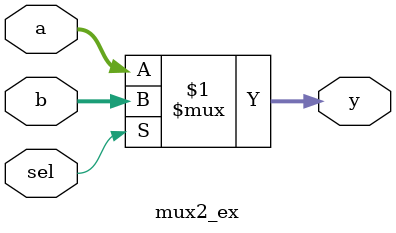
<source format=v>
module mux2_ex #(parameter WIDTH = 32) (
    input  [WIDTH-1:0] a,
    input  [WIDTH-1:0] b,
    input              sel,
    output [WIDTH-1:0] y
);
    assign y = sel ? b : a;
endmodule

</source>
